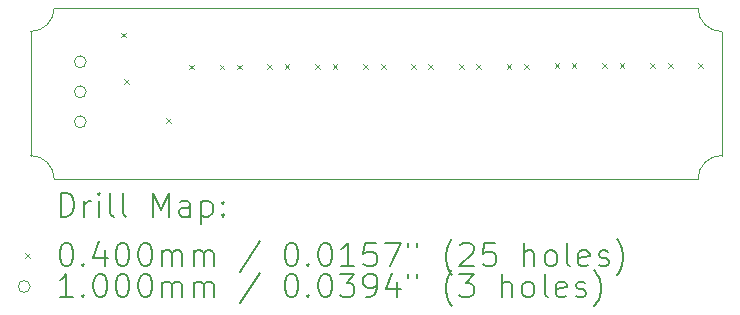
<source format=gbr>
%TF.GenerationSoftware,KiCad,Pcbnew,7.0.7*%
%TF.CreationDate,2023-09-25T07:31:49+02:00*%
%TF.ProjectId,beginner_led_pcb,62656769-6e6e-4657-925f-6c65645f7063,rev?*%
%TF.SameCoordinates,Original*%
%TF.FileFunction,Drillmap*%
%TF.FilePolarity,Positive*%
%FSLAX45Y45*%
G04 Gerber Fmt 4.5, Leading zero omitted, Abs format (unit mm)*
G04 Created by KiCad (PCBNEW 7.0.7) date 2023-09-25 07:31:49*
%MOMM*%
%LPD*%
G01*
G04 APERTURE LIST*
%ADD10C,0.100000*%
%ADD11C,0.200000*%
%ADD12C,0.040000*%
G04 APERTURE END LIST*
D10*
X25300000Y-11600000D02*
G75*
G03*
X25100000Y-11800000I0J-200000D01*
G01*
X25100000Y-11800000D02*
X19650000Y-11800000D01*
X19650000Y-11800000D02*
G75*
G03*
X19450000Y-11600000I-200000J0D01*
G01*
X19450000Y-10550000D02*
G75*
G03*
X19650000Y-10350000I0J200000D01*
G01*
X25100000Y-10350000D02*
G75*
G03*
X25300000Y-10550000I200000J0D01*
G01*
X19450000Y-11600000D02*
X19450000Y-10550000D01*
X25100000Y-10350000D02*
X19650000Y-10350000D01*
X25300000Y-11600000D02*
X25300000Y-10550000D01*
D11*
D12*
X20215000Y-10560000D02*
X20255000Y-10600000D01*
X20255000Y-10560000D02*
X20215000Y-10600000D01*
X20242500Y-10952500D02*
X20282500Y-10992500D01*
X20282500Y-10952500D02*
X20242500Y-10992500D01*
X20595000Y-11285000D02*
X20635000Y-11325000D01*
X20635000Y-11285000D02*
X20595000Y-11325000D01*
X20791250Y-10830000D02*
X20831250Y-10870000D01*
X20831250Y-10830000D02*
X20791250Y-10870000D01*
X21051250Y-10830000D02*
X21091250Y-10870000D01*
X21091250Y-10830000D02*
X21051250Y-10870000D01*
X21196250Y-10830000D02*
X21236250Y-10870000D01*
X21236250Y-10830000D02*
X21196250Y-10870000D01*
X21451250Y-10825000D02*
X21491250Y-10865000D01*
X21491250Y-10825000D02*
X21451250Y-10865000D01*
X21601250Y-10825000D02*
X21641250Y-10865000D01*
X21641250Y-10825000D02*
X21601250Y-10865000D01*
X21861250Y-10825000D02*
X21901250Y-10865000D01*
X21901250Y-10825000D02*
X21861250Y-10865000D01*
X22006250Y-10825000D02*
X22046250Y-10865000D01*
X22046250Y-10825000D02*
X22006250Y-10865000D01*
X22266250Y-10825000D02*
X22306250Y-10865000D01*
X22306250Y-10825000D02*
X22266250Y-10865000D01*
X22416250Y-10825000D02*
X22456250Y-10865000D01*
X22456250Y-10825000D02*
X22416250Y-10865000D01*
X22671250Y-10825000D02*
X22711250Y-10865000D01*
X22711250Y-10825000D02*
X22671250Y-10865000D01*
X22816250Y-10825000D02*
X22856250Y-10865000D01*
X22856250Y-10825000D02*
X22816250Y-10865000D01*
X23076250Y-10825000D02*
X23116250Y-10865000D01*
X23116250Y-10825000D02*
X23076250Y-10865000D01*
X23221250Y-10825000D02*
X23261250Y-10865000D01*
X23261250Y-10825000D02*
X23221250Y-10865000D01*
X23481250Y-10825000D02*
X23521250Y-10865000D01*
X23521250Y-10825000D02*
X23481250Y-10865000D01*
X23626250Y-10825000D02*
X23666250Y-10865000D01*
X23666250Y-10825000D02*
X23626250Y-10865000D01*
X23886250Y-10820000D02*
X23926250Y-10860000D01*
X23926250Y-10820000D02*
X23886250Y-10860000D01*
X24031250Y-10820000D02*
X24071250Y-10860000D01*
X24071250Y-10820000D02*
X24031250Y-10860000D01*
X24291250Y-10820000D02*
X24331250Y-10860000D01*
X24331250Y-10820000D02*
X24291250Y-10860000D01*
X24436250Y-10820000D02*
X24476250Y-10860000D01*
X24476250Y-10820000D02*
X24436250Y-10860000D01*
X24696250Y-10820000D02*
X24736250Y-10860000D01*
X24736250Y-10820000D02*
X24696250Y-10860000D01*
X24846250Y-10820000D02*
X24886250Y-10860000D01*
X24886250Y-10820000D02*
X24846250Y-10860000D01*
X25101250Y-10820000D02*
X25141250Y-10860000D01*
X25141250Y-10820000D02*
X25101250Y-10860000D01*
D10*
X19920000Y-10806000D02*
G75*
G03*
X19920000Y-10806000I-50000J0D01*
G01*
X19920000Y-11060000D02*
G75*
G03*
X19920000Y-11060000I-50000J0D01*
G01*
X19920000Y-11314000D02*
G75*
G03*
X19920000Y-11314000I-50000J0D01*
G01*
D11*
X19705777Y-12116484D02*
X19705777Y-11916484D01*
X19705777Y-11916484D02*
X19753396Y-11916484D01*
X19753396Y-11916484D02*
X19781967Y-11926008D01*
X19781967Y-11926008D02*
X19801015Y-11945055D01*
X19801015Y-11945055D02*
X19810539Y-11964103D01*
X19810539Y-11964103D02*
X19820063Y-12002198D01*
X19820063Y-12002198D02*
X19820063Y-12030769D01*
X19820063Y-12030769D02*
X19810539Y-12068865D01*
X19810539Y-12068865D02*
X19801015Y-12087912D01*
X19801015Y-12087912D02*
X19781967Y-12106960D01*
X19781967Y-12106960D02*
X19753396Y-12116484D01*
X19753396Y-12116484D02*
X19705777Y-12116484D01*
X19905777Y-12116484D02*
X19905777Y-11983150D01*
X19905777Y-12021246D02*
X19915301Y-12002198D01*
X19915301Y-12002198D02*
X19924824Y-11992674D01*
X19924824Y-11992674D02*
X19943872Y-11983150D01*
X19943872Y-11983150D02*
X19962920Y-11983150D01*
X20029586Y-12116484D02*
X20029586Y-11983150D01*
X20029586Y-11916484D02*
X20020063Y-11926008D01*
X20020063Y-11926008D02*
X20029586Y-11935531D01*
X20029586Y-11935531D02*
X20039110Y-11926008D01*
X20039110Y-11926008D02*
X20029586Y-11916484D01*
X20029586Y-11916484D02*
X20029586Y-11935531D01*
X20153396Y-12116484D02*
X20134348Y-12106960D01*
X20134348Y-12106960D02*
X20124824Y-12087912D01*
X20124824Y-12087912D02*
X20124824Y-11916484D01*
X20258158Y-12116484D02*
X20239110Y-12106960D01*
X20239110Y-12106960D02*
X20229586Y-12087912D01*
X20229586Y-12087912D02*
X20229586Y-11916484D01*
X20486729Y-12116484D02*
X20486729Y-11916484D01*
X20486729Y-11916484D02*
X20553396Y-12059341D01*
X20553396Y-12059341D02*
X20620063Y-11916484D01*
X20620063Y-11916484D02*
X20620063Y-12116484D01*
X20801015Y-12116484D02*
X20801015Y-12011722D01*
X20801015Y-12011722D02*
X20791491Y-11992674D01*
X20791491Y-11992674D02*
X20772444Y-11983150D01*
X20772444Y-11983150D02*
X20734348Y-11983150D01*
X20734348Y-11983150D02*
X20715301Y-11992674D01*
X20801015Y-12106960D02*
X20781967Y-12116484D01*
X20781967Y-12116484D02*
X20734348Y-12116484D01*
X20734348Y-12116484D02*
X20715301Y-12106960D01*
X20715301Y-12106960D02*
X20705777Y-12087912D01*
X20705777Y-12087912D02*
X20705777Y-12068865D01*
X20705777Y-12068865D02*
X20715301Y-12049817D01*
X20715301Y-12049817D02*
X20734348Y-12040293D01*
X20734348Y-12040293D02*
X20781967Y-12040293D01*
X20781967Y-12040293D02*
X20801015Y-12030769D01*
X20896253Y-11983150D02*
X20896253Y-12183150D01*
X20896253Y-11992674D02*
X20915301Y-11983150D01*
X20915301Y-11983150D02*
X20953396Y-11983150D01*
X20953396Y-11983150D02*
X20972444Y-11992674D01*
X20972444Y-11992674D02*
X20981967Y-12002198D01*
X20981967Y-12002198D02*
X20991491Y-12021246D01*
X20991491Y-12021246D02*
X20991491Y-12078388D01*
X20991491Y-12078388D02*
X20981967Y-12097436D01*
X20981967Y-12097436D02*
X20972444Y-12106960D01*
X20972444Y-12106960D02*
X20953396Y-12116484D01*
X20953396Y-12116484D02*
X20915301Y-12116484D01*
X20915301Y-12116484D02*
X20896253Y-12106960D01*
X21077205Y-12097436D02*
X21086729Y-12106960D01*
X21086729Y-12106960D02*
X21077205Y-12116484D01*
X21077205Y-12116484D02*
X21067682Y-12106960D01*
X21067682Y-12106960D02*
X21077205Y-12097436D01*
X21077205Y-12097436D02*
X21077205Y-12116484D01*
X21077205Y-11992674D02*
X21086729Y-12002198D01*
X21086729Y-12002198D02*
X21077205Y-12011722D01*
X21077205Y-12011722D02*
X21067682Y-12002198D01*
X21067682Y-12002198D02*
X21077205Y-11992674D01*
X21077205Y-11992674D02*
X21077205Y-12011722D01*
D12*
X19405000Y-12425000D02*
X19445000Y-12465000D01*
X19445000Y-12425000D02*
X19405000Y-12465000D01*
D11*
X19743872Y-12336484D02*
X19762920Y-12336484D01*
X19762920Y-12336484D02*
X19781967Y-12346008D01*
X19781967Y-12346008D02*
X19791491Y-12355531D01*
X19791491Y-12355531D02*
X19801015Y-12374579D01*
X19801015Y-12374579D02*
X19810539Y-12412674D01*
X19810539Y-12412674D02*
X19810539Y-12460293D01*
X19810539Y-12460293D02*
X19801015Y-12498388D01*
X19801015Y-12498388D02*
X19791491Y-12517436D01*
X19791491Y-12517436D02*
X19781967Y-12526960D01*
X19781967Y-12526960D02*
X19762920Y-12536484D01*
X19762920Y-12536484D02*
X19743872Y-12536484D01*
X19743872Y-12536484D02*
X19724824Y-12526960D01*
X19724824Y-12526960D02*
X19715301Y-12517436D01*
X19715301Y-12517436D02*
X19705777Y-12498388D01*
X19705777Y-12498388D02*
X19696253Y-12460293D01*
X19696253Y-12460293D02*
X19696253Y-12412674D01*
X19696253Y-12412674D02*
X19705777Y-12374579D01*
X19705777Y-12374579D02*
X19715301Y-12355531D01*
X19715301Y-12355531D02*
X19724824Y-12346008D01*
X19724824Y-12346008D02*
X19743872Y-12336484D01*
X19896253Y-12517436D02*
X19905777Y-12526960D01*
X19905777Y-12526960D02*
X19896253Y-12536484D01*
X19896253Y-12536484D02*
X19886729Y-12526960D01*
X19886729Y-12526960D02*
X19896253Y-12517436D01*
X19896253Y-12517436D02*
X19896253Y-12536484D01*
X20077205Y-12403150D02*
X20077205Y-12536484D01*
X20029586Y-12326960D02*
X19981967Y-12469817D01*
X19981967Y-12469817D02*
X20105777Y-12469817D01*
X20220063Y-12336484D02*
X20239110Y-12336484D01*
X20239110Y-12336484D02*
X20258158Y-12346008D01*
X20258158Y-12346008D02*
X20267682Y-12355531D01*
X20267682Y-12355531D02*
X20277205Y-12374579D01*
X20277205Y-12374579D02*
X20286729Y-12412674D01*
X20286729Y-12412674D02*
X20286729Y-12460293D01*
X20286729Y-12460293D02*
X20277205Y-12498388D01*
X20277205Y-12498388D02*
X20267682Y-12517436D01*
X20267682Y-12517436D02*
X20258158Y-12526960D01*
X20258158Y-12526960D02*
X20239110Y-12536484D01*
X20239110Y-12536484D02*
X20220063Y-12536484D01*
X20220063Y-12536484D02*
X20201015Y-12526960D01*
X20201015Y-12526960D02*
X20191491Y-12517436D01*
X20191491Y-12517436D02*
X20181967Y-12498388D01*
X20181967Y-12498388D02*
X20172444Y-12460293D01*
X20172444Y-12460293D02*
X20172444Y-12412674D01*
X20172444Y-12412674D02*
X20181967Y-12374579D01*
X20181967Y-12374579D02*
X20191491Y-12355531D01*
X20191491Y-12355531D02*
X20201015Y-12346008D01*
X20201015Y-12346008D02*
X20220063Y-12336484D01*
X20410539Y-12336484D02*
X20429586Y-12336484D01*
X20429586Y-12336484D02*
X20448634Y-12346008D01*
X20448634Y-12346008D02*
X20458158Y-12355531D01*
X20458158Y-12355531D02*
X20467682Y-12374579D01*
X20467682Y-12374579D02*
X20477205Y-12412674D01*
X20477205Y-12412674D02*
X20477205Y-12460293D01*
X20477205Y-12460293D02*
X20467682Y-12498388D01*
X20467682Y-12498388D02*
X20458158Y-12517436D01*
X20458158Y-12517436D02*
X20448634Y-12526960D01*
X20448634Y-12526960D02*
X20429586Y-12536484D01*
X20429586Y-12536484D02*
X20410539Y-12536484D01*
X20410539Y-12536484D02*
X20391491Y-12526960D01*
X20391491Y-12526960D02*
X20381967Y-12517436D01*
X20381967Y-12517436D02*
X20372444Y-12498388D01*
X20372444Y-12498388D02*
X20362920Y-12460293D01*
X20362920Y-12460293D02*
X20362920Y-12412674D01*
X20362920Y-12412674D02*
X20372444Y-12374579D01*
X20372444Y-12374579D02*
X20381967Y-12355531D01*
X20381967Y-12355531D02*
X20391491Y-12346008D01*
X20391491Y-12346008D02*
X20410539Y-12336484D01*
X20562920Y-12536484D02*
X20562920Y-12403150D01*
X20562920Y-12422198D02*
X20572444Y-12412674D01*
X20572444Y-12412674D02*
X20591491Y-12403150D01*
X20591491Y-12403150D02*
X20620063Y-12403150D01*
X20620063Y-12403150D02*
X20639110Y-12412674D01*
X20639110Y-12412674D02*
X20648634Y-12431722D01*
X20648634Y-12431722D02*
X20648634Y-12536484D01*
X20648634Y-12431722D02*
X20658158Y-12412674D01*
X20658158Y-12412674D02*
X20677205Y-12403150D01*
X20677205Y-12403150D02*
X20705777Y-12403150D01*
X20705777Y-12403150D02*
X20724825Y-12412674D01*
X20724825Y-12412674D02*
X20734348Y-12431722D01*
X20734348Y-12431722D02*
X20734348Y-12536484D01*
X20829586Y-12536484D02*
X20829586Y-12403150D01*
X20829586Y-12422198D02*
X20839110Y-12412674D01*
X20839110Y-12412674D02*
X20858158Y-12403150D01*
X20858158Y-12403150D02*
X20886729Y-12403150D01*
X20886729Y-12403150D02*
X20905777Y-12412674D01*
X20905777Y-12412674D02*
X20915301Y-12431722D01*
X20915301Y-12431722D02*
X20915301Y-12536484D01*
X20915301Y-12431722D02*
X20924825Y-12412674D01*
X20924825Y-12412674D02*
X20943872Y-12403150D01*
X20943872Y-12403150D02*
X20972444Y-12403150D01*
X20972444Y-12403150D02*
X20991491Y-12412674D01*
X20991491Y-12412674D02*
X21001015Y-12431722D01*
X21001015Y-12431722D02*
X21001015Y-12536484D01*
X21391491Y-12326960D02*
X21220063Y-12584103D01*
X21648634Y-12336484D02*
X21667682Y-12336484D01*
X21667682Y-12336484D02*
X21686729Y-12346008D01*
X21686729Y-12346008D02*
X21696253Y-12355531D01*
X21696253Y-12355531D02*
X21705777Y-12374579D01*
X21705777Y-12374579D02*
X21715301Y-12412674D01*
X21715301Y-12412674D02*
X21715301Y-12460293D01*
X21715301Y-12460293D02*
X21705777Y-12498388D01*
X21705777Y-12498388D02*
X21696253Y-12517436D01*
X21696253Y-12517436D02*
X21686729Y-12526960D01*
X21686729Y-12526960D02*
X21667682Y-12536484D01*
X21667682Y-12536484D02*
X21648634Y-12536484D01*
X21648634Y-12536484D02*
X21629587Y-12526960D01*
X21629587Y-12526960D02*
X21620063Y-12517436D01*
X21620063Y-12517436D02*
X21610539Y-12498388D01*
X21610539Y-12498388D02*
X21601015Y-12460293D01*
X21601015Y-12460293D02*
X21601015Y-12412674D01*
X21601015Y-12412674D02*
X21610539Y-12374579D01*
X21610539Y-12374579D02*
X21620063Y-12355531D01*
X21620063Y-12355531D02*
X21629587Y-12346008D01*
X21629587Y-12346008D02*
X21648634Y-12336484D01*
X21801015Y-12517436D02*
X21810539Y-12526960D01*
X21810539Y-12526960D02*
X21801015Y-12536484D01*
X21801015Y-12536484D02*
X21791491Y-12526960D01*
X21791491Y-12526960D02*
X21801015Y-12517436D01*
X21801015Y-12517436D02*
X21801015Y-12536484D01*
X21934348Y-12336484D02*
X21953396Y-12336484D01*
X21953396Y-12336484D02*
X21972444Y-12346008D01*
X21972444Y-12346008D02*
X21981968Y-12355531D01*
X21981968Y-12355531D02*
X21991491Y-12374579D01*
X21991491Y-12374579D02*
X22001015Y-12412674D01*
X22001015Y-12412674D02*
X22001015Y-12460293D01*
X22001015Y-12460293D02*
X21991491Y-12498388D01*
X21991491Y-12498388D02*
X21981968Y-12517436D01*
X21981968Y-12517436D02*
X21972444Y-12526960D01*
X21972444Y-12526960D02*
X21953396Y-12536484D01*
X21953396Y-12536484D02*
X21934348Y-12536484D01*
X21934348Y-12536484D02*
X21915301Y-12526960D01*
X21915301Y-12526960D02*
X21905777Y-12517436D01*
X21905777Y-12517436D02*
X21896253Y-12498388D01*
X21896253Y-12498388D02*
X21886729Y-12460293D01*
X21886729Y-12460293D02*
X21886729Y-12412674D01*
X21886729Y-12412674D02*
X21896253Y-12374579D01*
X21896253Y-12374579D02*
X21905777Y-12355531D01*
X21905777Y-12355531D02*
X21915301Y-12346008D01*
X21915301Y-12346008D02*
X21934348Y-12336484D01*
X22191491Y-12536484D02*
X22077206Y-12536484D01*
X22134348Y-12536484D02*
X22134348Y-12336484D01*
X22134348Y-12336484D02*
X22115301Y-12365055D01*
X22115301Y-12365055D02*
X22096253Y-12384103D01*
X22096253Y-12384103D02*
X22077206Y-12393627D01*
X22372444Y-12336484D02*
X22277206Y-12336484D01*
X22277206Y-12336484D02*
X22267682Y-12431722D01*
X22267682Y-12431722D02*
X22277206Y-12422198D01*
X22277206Y-12422198D02*
X22296253Y-12412674D01*
X22296253Y-12412674D02*
X22343872Y-12412674D01*
X22343872Y-12412674D02*
X22362920Y-12422198D01*
X22362920Y-12422198D02*
X22372444Y-12431722D01*
X22372444Y-12431722D02*
X22381967Y-12450769D01*
X22381967Y-12450769D02*
X22381967Y-12498388D01*
X22381967Y-12498388D02*
X22372444Y-12517436D01*
X22372444Y-12517436D02*
X22362920Y-12526960D01*
X22362920Y-12526960D02*
X22343872Y-12536484D01*
X22343872Y-12536484D02*
X22296253Y-12536484D01*
X22296253Y-12536484D02*
X22277206Y-12526960D01*
X22277206Y-12526960D02*
X22267682Y-12517436D01*
X22448634Y-12336484D02*
X22581967Y-12336484D01*
X22581967Y-12336484D02*
X22496253Y-12536484D01*
X22648634Y-12336484D02*
X22648634Y-12374579D01*
X22724825Y-12336484D02*
X22724825Y-12374579D01*
X23020063Y-12612674D02*
X23010539Y-12603150D01*
X23010539Y-12603150D02*
X22991491Y-12574579D01*
X22991491Y-12574579D02*
X22981968Y-12555531D01*
X22981968Y-12555531D02*
X22972444Y-12526960D01*
X22972444Y-12526960D02*
X22962920Y-12479341D01*
X22962920Y-12479341D02*
X22962920Y-12441246D01*
X22962920Y-12441246D02*
X22972444Y-12393627D01*
X22972444Y-12393627D02*
X22981968Y-12365055D01*
X22981968Y-12365055D02*
X22991491Y-12346008D01*
X22991491Y-12346008D02*
X23010539Y-12317436D01*
X23010539Y-12317436D02*
X23020063Y-12307912D01*
X23086729Y-12355531D02*
X23096253Y-12346008D01*
X23096253Y-12346008D02*
X23115301Y-12336484D01*
X23115301Y-12336484D02*
X23162920Y-12336484D01*
X23162920Y-12336484D02*
X23181968Y-12346008D01*
X23181968Y-12346008D02*
X23191491Y-12355531D01*
X23191491Y-12355531D02*
X23201015Y-12374579D01*
X23201015Y-12374579D02*
X23201015Y-12393627D01*
X23201015Y-12393627D02*
X23191491Y-12422198D01*
X23191491Y-12422198D02*
X23077206Y-12536484D01*
X23077206Y-12536484D02*
X23201015Y-12536484D01*
X23381968Y-12336484D02*
X23286729Y-12336484D01*
X23286729Y-12336484D02*
X23277206Y-12431722D01*
X23277206Y-12431722D02*
X23286729Y-12422198D01*
X23286729Y-12422198D02*
X23305777Y-12412674D01*
X23305777Y-12412674D02*
X23353396Y-12412674D01*
X23353396Y-12412674D02*
X23372444Y-12422198D01*
X23372444Y-12422198D02*
X23381968Y-12431722D01*
X23381968Y-12431722D02*
X23391491Y-12450769D01*
X23391491Y-12450769D02*
X23391491Y-12498388D01*
X23391491Y-12498388D02*
X23381968Y-12517436D01*
X23381968Y-12517436D02*
X23372444Y-12526960D01*
X23372444Y-12526960D02*
X23353396Y-12536484D01*
X23353396Y-12536484D02*
X23305777Y-12536484D01*
X23305777Y-12536484D02*
X23286729Y-12526960D01*
X23286729Y-12526960D02*
X23277206Y-12517436D01*
X23629587Y-12536484D02*
X23629587Y-12336484D01*
X23715301Y-12536484D02*
X23715301Y-12431722D01*
X23715301Y-12431722D02*
X23705777Y-12412674D01*
X23705777Y-12412674D02*
X23686730Y-12403150D01*
X23686730Y-12403150D02*
X23658158Y-12403150D01*
X23658158Y-12403150D02*
X23639110Y-12412674D01*
X23639110Y-12412674D02*
X23629587Y-12422198D01*
X23839110Y-12536484D02*
X23820063Y-12526960D01*
X23820063Y-12526960D02*
X23810539Y-12517436D01*
X23810539Y-12517436D02*
X23801015Y-12498388D01*
X23801015Y-12498388D02*
X23801015Y-12441246D01*
X23801015Y-12441246D02*
X23810539Y-12422198D01*
X23810539Y-12422198D02*
X23820063Y-12412674D01*
X23820063Y-12412674D02*
X23839110Y-12403150D01*
X23839110Y-12403150D02*
X23867682Y-12403150D01*
X23867682Y-12403150D02*
X23886730Y-12412674D01*
X23886730Y-12412674D02*
X23896253Y-12422198D01*
X23896253Y-12422198D02*
X23905777Y-12441246D01*
X23905777Y-12441246D02*
X23905777Y-12498388D01*
X23905777Y-12498388D02*
X23896253Y-12517436D01*
X23896253Y-12517436D02*
X23886730Y-12526960D01*
X23886730Y-12526960D02*
X23867682Y-12536484D01*
X23867682Y-12536484D02*
X23839110Y-12536484D01*
X24020063Y-12536484D02*
X24001015Y-12526960D01*
X24001015Y-12526960D02*
X23991491Y-12507912D01*
X23991491Y-12507912D02*
X23991491Y-12336484D01*
X24172444Y-12526960D02*
X24153396Y-12536484D01*
X24153396Y-12536484D02*
X24115301Y-12536484D01*
X24115301Y-12536484D02*
X24096253Y-12526960D01*
X24096253Y-12526960D02*
X24086730Y-12507912D01*
X24086730Y-12507912D02*
X24086730Y-12431722D01*
X24086730Y-12431722D02*
X24096253Y-12412674D01*
X24096253Y-12412674D02*
X24115301Y-12403150D01*
X24115301Y-12403150D02*
X24153396Y-12403150D01*
X24153396Y-12403150D02*
X24172444Y-12412674D01*
X24172444Y-12412674D02*
X24181968Y-12431722D01*
X24181968Y-12431722D02*
X24181968Y-12450769D01*
X24181968Y-12450769D02*
X24086730Y-12469817D01*
X24258158Y-12526960D02*
X24277206Y-12536484D01*
X24277206Y-12536484D02*
X24315301Y-12536484D01*
X24315301Y-12536484D02*
X24334349Y-12526960D01*
X24334349Y-12526960D02*
X24343872Y-12507912D01*
X24343872Y-12507912D02*
X24343872Y-12498388D01*
X24343872Y-12498388D02*
X24334349Y-12479341D01*
X24334349Y-12479341D02*
X24315301Y-12469817D01*
X24315301Y-12469817D02*
X24286730Y-12469817D01*
X24286730Y-12469817D02*
X24267682Y-12460293D01*
X24267682Y-12460293D02*
X24258158Y-12441246D01*
X24258158Y-12441246D02*
X24258158Y-12431722D01*
X24258158Y-12431722D02*
X24267682Y-12412674D01*
X24267682Y-12412674D02*
X24286730Y-12403150D01*
X24286730Y-12403150D02*
X24315301Y-12403150D01*
X24315301Y-12403150D02*
X24334349Y-12412674D01*
X24410539Y-12612674D02*
X24420063Y-12603150D01*
X24420063Y-12603150D02*
X24439111Y-12574579D01*
X24439111Y-12574579D02*
X24448634Y-12555531D01*
X24448634Y-12555531D02*
X24458158Y-12526960D01*
X24458158Y-12526960D02*
X24467682Y-12479341D01*
X24467682Y-12479341D02*
X24467682Y-12441246D01*
X24467682Y-12441246D02*
X24458158Y-12393627D01*
X24458158Y-12393627D02*
X24448634Y-12365055D01*
X24448634Y-12365055D02*
X24439111Y-12346008D01*
X24439111Y-12346008D02*
X24420063Y-12317436D01*
X24420063Y-12317436D02*
X24410539Y-12307912D01*
D10*
X19445000Y-12709000D02*
G75*
G03*
X19445000Y-12709000I-50000J0D01*
G01*
D11*
X19810539Y-12800484D02*
X19696253Y-12800484D01*
X19753396Y-12800484D02*
X19753396Y-12600484D01*
X19753396Y-12600484D02*
X19734348Y-12629055D01*
X19734348Y-12629055D02*
X19715301Y-12648103D01*
X19715301Y-12648103D02*
X19696253Y-12657627D01*
X19896253Y-12781436D02*
X19905777Y-12790960D01*
X19905777Y-12790960D02*
X19896253Y-12800484D01*
X19896253Y-12800484D02*
X19886729Y-12790960D01*
X19886729Y-12790960D02*
X19896253Y-12781436D01*
X19896253Y-12781436D02*
X19896253Y-12800484D01*
X20029586Y-12600484D02*
X20048634Y-12600484D01*
X20048634Y-12600484D02*
X20067682Y-12610008D01*
X20067682Y-12610008D02*
X20077205Y-12619531D01*
X20077205Y-12619531D02*
X20086729Y-12638579D01*
X20086729Y-12638579D02*
X20096253Y-12676674D01*
X20096253Y-12676674D02*
X20096253Y-12724293D01*
X20096253Y-12724293D02*
X20086729Y-12762388D01*
X20086729Y-12762388D02*
X20077205Y-12781436D01*
X20077205Y-12781436D02*
X20067682Y-12790960D01*
X20067682Y-12790960D02*
X20048634Y-12800484D01*
X20048634Y-12800484D02*
X20029586Y-12800484D01*
X20029586Y-12800484D02*
X20010539Y-12790960D01*
X20010539Y-12790960D02*
X20001015Y-12781436D01*
X20001015Y-12781436D02*
X19991491Y-12762388D01*
X19991491Y-12762388D02*
X19981967Y-12724293D01*
X19981967Y-12724293D02*
X19981967Y-12676674D01*
X19981967Y-12676674D02*
X19991491Y-12638579D01*
X19991491Y-12638579D02*
X20001015Y-12619531D01*
X20001015Y-12619531D02*
X20010539Y-12610008D01*
X20010539Y-12610008D02*
X20029586Y-12600484D01*
X20220063Y-12600484D02*
X20239110Y-12600484D01*
X20239110Y-12600484D02*
X20258158Y-12610008D01*
X20258158Y-12610008D02*
X20267682Y-12619531D01*
X20267682Y-12619531D02*
X20277205Y-12638579D01*
X20277205Y-12638579D02*
X20286729Y-12676674D01*
X20286729Y-12676674D02*
X20286729Y-12724293D01*
X20286729Y-12724293D02*
X20277205Y-12762388D01*
X20277205Y-12762388D02*
X20267682Y-12781436D01*
X20267682Y-12781436D02*
X20258158Y-12790960D01*
X20258158Y-12790960D02*
X20239110Y-12800484D01*
X20239110Y-12800484D02*
X20220063Y-12800484D01*
X20220063Y-12800484D02*
X20201015Y-12790960D01*
X20201015Y-12790960D02*
X20191491Y-12781436D01*
X20191491Y-12781436D02*
X20181967Y-12762388D01*
X20181967Y-12762388D02*
X20172444Y-12724293D01*
X20172444Y-12724293D02*
X20172444Y-12676674D01*
X20172444Y-12676674D02*
X20181967Y-12638579D01*
X20181967Y-12638579D02*
X20191491Y-12619531D01*
X20191491Y-12619531D02*
X20201015Y-12610008D01*
X20201015Y-12610008D02*
X20220063Y-12600484D01*
X20410539Y-12600484D02*
X20429586Y-12600484D01*
X20429586Y-12600484D02*
X20448634Y-12610008D01*
X20448634Y-12610008D02*
X20458158Y-12619531D01*
X20458158Y-12619531D02*
X20467682Y-12638579D01*
X20467682Y-12638579D02*
X20477205Y-12676674D01*
X20477205Y-12676674D02*
X20477205Y-12724293D01*
X20477205Y-12724293D02*
X20467682Y-12762388D01*
X20467682Y-12762388D02*
X20458158Y-12781436D01*
X20458158Y-12781436D02*
X20448634Y-12790960D01*
X20448634Y-12790960D02*
X20429586Y-12800484D01*
X20429586Y-12800484D02*
X20410539Y-12800484D01*
X20410539Y-12800484D02*
X20391491Y-12790960D01*
X20391491Y-12790960D02*
X20381967Y-12781436D01*
X20381967Y-12781436D02*
X20372444Y-12762388D01*
X20372444Y-12762388D02*
X20362920Y-12724293D01*
X20362920Y-12724293D02*
X20362920Y-12676674D01*
X20362920Y-12676674D02*
X20372444Y-12638579D01*
X20372444Y-12638579D02*
X20381967Y-12619531D01*
X20381967Y-12619531D02*
X20391491Y-12610008D01*
X20391491Y-12610008D02*
X20410539Y-12600484D01*
X20562920Y-12800484D02*
X20562920Y-12667150D01*
X20562920Y-12686198D02*
X20572444Y-12676674D01*
X20572444Y-12676674D02*
X20591491Y-12667150D01*
X20591491Y-12667150D02*
X20620063Y-12667150D01*
X20620063Y-12667150D02*
X20639110Y-12676674D01*
X20639110Y-12676674D02*
X20648634Y-12695722D01*
X20648634Y-12695722D02*
X20648634Y-12800484D01*
X20648634Y-12695722D02*
X20658158Y-12676674D01*
X20658158Y-12676674D02*
X20677205Y-12667150D01*
X20677205Y-12667150D02*
X20705777Y-12667150D01*
X20705777Y-12667150D02*
X20724825Y-12676674D01*
X20724825Y-12676674D02*
X20734348Y-12695722D01*
X20734348Y-12695722D02*
X20734348Y-12800484D01*
X20829586Y-12800484D02*
X20829586Y-12667150D01*
X20829586Y-12686198D02*
X20839110Y-12676674D01*
X20839110Y-12676674D02*
X20858158Y-12667150D01*
X20858158Y-12667150D02*
X20886729Y-12667150D01*
X20886729Y-12667150D02*
X20905777Y-12676674D01*
X20905777Y-12676674D02*
X20915301Y-12695722D01*
X20915301Y-12695722D02*
X20915301Y-12800484D01*
X20915301Y-12695722D02*
X20924825Y-12676674D01*
X20924825Y-12676674D02*
X20943872Y-12667150D01*
X20943872Y-12667150D02*
X20972444Y-12667150D01*
X20972444Y-12667150D02*
X20991491Y-12676674D01*
X20991491Y-12676674D02*
X21001015Y-12695722D01*
X21001015Y-12695722D02*
X21001015Y-12800484D01*
X21391491Y-12590960D02*
X21220063Y-12848103D01*
X21648634Y-12600484D02*
X21667682Y-12600484D01*
X21667682Y-12600484D02*
X21686729Y-12610008D01*
X21686729Y-12610008D02*
X21696253Y-12619531D01*
X21696253Y-12619531D02*
X21705777Y-12638579D01*
X21705777Y-12638579D02*
X21715301Y-12676674D01*
X21715301Y-12676674D02*
X21715301Y-12724293D01*
X21715301Y-12724293D02*
X21705777Y-12762388D01*
X21705777Y-12762388D02*
X21696253Y-12781436D01*
X21696253Y-12781436D02*
X21686729Y-12790960D01*
X21686729Y-12790960D02*
X21667682Y-12800484D01*
X21667682Y-12800484D02*
X21648634Y-12800484D01*
X21648634Y-12800484D02*
X21629587Y-12790960D01*
X21629587Y-12790960D02*
X21620063Y-12781436D01*
X21620063Y-12781436D02*
X21610539Y-12762388D01*
X21610539Y-12762388D02*
X21601015Y-12724293D01*
X21601015Y-12724293D02*
X21601015Y-12676674D01*
X21601015Y-12676674D02*
X21610539Y-12638579D01*
X21610539Y-12638579D02*
X21620063Y-12619531D01*
X21620063Y-12619531D02*
X21629587Y-12610008D01*
X21629587Y-12610008D02*
X21648634Y-12600484D01*
X21801015Y-12781436D02*
X21810539Y-12790960D01*
X21810539Y-12790960D02*
X21801015Y-12800484D01*
X21801015Y-12800484D02*
X21791491Y-12790960D01*
X21791491Y-12790960D02*
X21801015Y-12781436D01*
X21801015Y-12781436D02*
X21801015Y-12800484D01*
X21934348Y-12600484D02*
X21953396Y-12600484D01*
X21953396Y-12600484D02*
X21972444Y-12610008D01*
X21972444Y-12610008D02*
X21981968Y-12619531D01*
X21981968Y-12619531D02*
X21991491Y-12638579D01*
X21991491Y-12638579D02*
X22001015Y-12676674D01*
X22001015Y-12676674D02*
X22001015Y-12724293D01*
X22001015Y-12724293D02*
X21991491Y-12762388D01*
X21991491Y-12762388D02*
X21981968Y-12781436D01*
X21981968Y-12781436D02*
X21972444Y-12790960D01*
X21972444Y-12790960D02*
X21953396Y-12800484D01*
X21953396Y-12800484D02*
X21934348Y-12800484D01*
X21934348Y-12800484D02*
X21915301Y-12790960D01*
X21915301Y-12790960D02*
X21905777Y-12781436D01*
X21905777Y-12781436D02*
X21896253Y-12762388D01*
X21896253Y-12762388D02*
X21886729Y-12724293D01*
X21886729Y-12724293D02*
X21886729Y-12676674D01*
X21886729Y-12676674D02*
X21896253Y-12638579D01*
X21896253Y-12638579D02*
X21905777Y-12619531D01*
X21905777Y-12619531D02*
X21915301Y-12610008D01*
X21915301Y-12610008D02*
X21934348Y-12600484D01*
X22067682Y-12600484D02*
X22191491Y-12600484D01*
X22191491Y-12600484D02*
X22124825Y-12676674D01*
X22124825Y-12676674D02*
X22153396Y-12676674D01*
X22153396Y-12676674D02*
X22172444Y-12686198D01*
X22172444Y-12686198D02*
X22181968Y-12695722D01*
X22181968Y-12695722D02*
X22191491Y-12714769D01*
X22191491Y-12714769D02*
X22191491Y-12762388D01*
X22191491Y-12762388D02*
X22181968Y-12781436D01*
X22181968Y-12781436D02*
X22172444Y-12790960D01*
X22172444Y-12790960D02*
X22153396Y-12800484D01*
X22153396Y-12800484D02*
X22096253Y-12800484D01*
X22096253Y-12800484D02*
X22077206Y-12790960D01*
X22077206Y-12790960D02*
X22067682Y-12781436D01*
X22286729Y-12800484D02*
X22324825Y-12800484D01*
X22324825Y-12800484D02*
X22343872Y-12790960D01*
X22343872Y-12790960D02*
X22353396Y-12781436D01*
X22353396Y-12781436D02*
X22372444Y-12752865D01*
X22372444Y-12752865D02*
X22381967Y-12714769D01*
X22381967Y-12714769D02*
X22381967Y-12638579D01*
X22381967Y-12638579D02*
X22372444Y-12619531D01*
X22372444Y-12619531D02*
X22362920Y-12610008D01*
X22362920Y-12610008D02*
X22343872Y-12600484D01*
X22343872Y-12600484D02*
X22305777Y-12600484D01*
X22305777Y-12600484D02*
X22286729Y-12610008D01*
X22286729Y-12610008D02*
X22277206Y-12619531D01*
X22277206Y-12619531D02*
X22267682Y-12638579D01*
X22267682Y-12638579D02*
X22267682Y-12686198D01*
X22267682Y-12686198D02*
X22277206Y-12705246D01*
X22277206Y-12705246D02*
X22286729Y-12714769D01*
X22286729Y-12714769D02*
X22305777Y-12724293D01*
X22305777Y-12724293D02*
X22343872Y-12724293D01*
X22343872Y-12724293D02*
X22362920Y-12714769D01*
X22362920Y-12714769D02*
X22372444Y-12705246D01*
X22372444Y-12705246D02*
X22381967Y-12686198D01*
X22553396Y-12667150D02*
X22553396Y-12800484D01*
X22505777Y-12590960D02*
X22458158Y-12733817D01*
X22458158Y-12733817D02*
X22581967Y-12733817D01*
X22648634Y-12600484D02*
X22648634Y-12638579D01*
X22724825Y-12600484D02*
X22724825Y-12638579D01*
X23020063Y-12876674D02*
X23010539Y-12867150D01*
X23010539Y-12867150D02*
X22991491Y-12838579D01*
X22991491Y-12838579D02*
X22981968Y-12819531D01*
X22981968Y-12819531D02*
X22972444Y-12790960D01*
X22972444Y-12790960D02*
X22962920Y-12743341D01*
X22962920Y-12743341D02*
X22962920Y-12705246D01*
X22962920Y-12705246D02*
X22972444Y-12657627D01*
X22972444Y-12657627D02*
X22981968Y-12629055D01*
X22981968Y-12629055D02*
X22991491Y-12610008D01*
X22991491Y-12610008D02*
X23010539Y-12581436D01*
X23010539Y-12581436D02*
X23020063Y-12571912D01*
X23077206Y-12600484D02*
X23201015Y-12600484D01*
X23201015Y-12600484D02*
X23134348Y-12676674D01*
X23134348Y-12676674D02*
X23162920Y-12676674D01*
X23162920Y-12676674D02*
X23181968Y-12686198D01*
X23181968Y-12686198D02*
X23191491Y-12695722D01*
X23191491Y-12695722D02*
X23201015Y-12714769D01*
X23201015Y-12714769D02*
X23201015Y-12762388D01*
X23201015Y-12762388D02*
X23191491Y-12781436D01*
X23191491Y-12781436D02*
X23181968Y-12790960D01*
X23181968Y-12790960D02*
X23162920Y-12800484D01*
X23162920Y-12800484D02*
X23105777Y-12800484D01*
X23105777Y-12800484D02*
X23086729Y-12790960D01*
X23086729Y-12790960D02*
X23077206Y-12781436D01*
X23439110Y-12800484D02*
X23439110Y-12600484D01*
X23524825Y-12800484D02*
X23524825Y-12695722D01*
X23524825Y-12695722D02*
X23515301Y-12676674D01*
X23515301Y-12676674D02*
X23496253Y-12667150D01*
X23496253Y-12667150D02*
X23467682Y-12667150D01*
X23467682Y-12667150D02*
X23448634Y-12676674D01*
X23448634Y-12676674D02*
X23439110Y-12686198D01*
X23648634Y-12800484D02*
X23629587Y-12790960D01*
X23629587Y-12790960D02*
X23620063Y-12781436D01*
X23620063Y-12781436D02*
X23610539Y-12762388D01*
X23610539Y-12762388D02*
X23610539Y-12705246D01*
X23610539Y-12705246D02*
X23620063Y-12686198D01*
X23620063Y-12686198D02*
X23629587Y-12676674D01*
X23629587Y-12676674D02*
X23648634Y-12667150D01*
X23648634Y-12667150D02*
X23677206Y-12667150D01*
X23677206Y-12667150D02*
X23696253Y-12676674D01*
X23696253Y-12676674D02*
X23705777Y-12686198D01*
X23705777Y-12686198D02*
X23715301Y-12705246D01*
X23715301Y-12705246D02*
X23715301Y-12762388D01*
X23715301Y-12762388D02*
X23705777Y-12781436D01*
X23705777Y-12781436D02*
X23696253Y-12790960D01*
X23696253Y-12790960D02*
X23677206Y-12800484D01*
X23677206Y-12800484D02*
X23648634Y-12800484D01*
X23829587Y-12800484D02*
X23810539Y-12790960D01*
X23810539Y-12790960D02*
X23801015Y-12771912D01*
X23801015Y-12771912D02*
X23801015Y-12600484D01*
X23981968Y-12790960D02*
X23962920Y-12800484D01*
X23962920Y-12800484D02*
X23924825Y-12800484D01*
X23924825Y-12800484D02*
X23905777Y-12790960D01*
X23905777Y-12790960D02*
X23896253Y-12771912D01*
X23896253Y-12771912D02*
X23896253Y-12695722D01*
X23896253Y-12695722D02*
X23905777Y-12676674D01*
X23905777Y-12676674D02*
X23924825Y-12667150D01*
X23924825Y-12667150D02*
X23962920Y-12667150D01*
X23962920Y-12667150D02*
X23981968Y-12676674D01*
X23981968Y-12676674D02*
X23991491Y-12695722D01*
X23991491Y-12695722D02*
X23991491Y-12714769D01*
X23991491Y-12714769D02*
X23896253Y-12733817D01*
X24067682Y-12790960D02*
X24086730Y-12800484D01*
X24086730Y-12800484D02*
X24124825Y-12800484D01*
X24124825Y-12800484D02*
X24143872Y-12790960D01*
X24143872Y-12790960D02*
X24153396Y-12771912D01*
X24153396Y-12771912D02*
X24153396Y-12762388D01*
X24153396Y-12762388D02*
X24143872Y-12743341D01*
X24143872Y-12743341D02*
X24124825Y-12733817D01*
X24124825Y-12733817D02*
X24096253Y-12733817D01*
X24096253Y-12733817D02*
X24077206Y-12724293D01*
X24077206Y-12724293D02*
X24067682Y-12705246D01*
X24067682Y-12705246D02*
X24067682Y-12695722D01*
X24067682Y-12695722D02*
X24077206Y-12676674D01*
X24077206Y-12676674D02*
X24096253Y-12667150D01*
X24096253Y-12667150D02*
X24124825Y-12667150D01*
X24124825Y-12667150D02*
X24143872Y-12676674D01*
X24220063Y-12876674D02*
X24229587Y-12867150D01*
X24229587Y-12867150D02*
X24248634Y-12838579D01*
X24248634Y-12838579D02*
X24258158Y-12819531D01*
X24258158Y-12819531D02*
X24267682Y-12790960D01*
X24267682Y-12790960D02*
X24277206Y-12743341D01*
X24277206Y-12743341D02*
X24277206Y-12705246D01*
X24277206Y-12705246D02*
X24267682Y-12657627D01*
X24267682Y-12657627D02*
X24258158Y-12629055D01*
X24258158Y-12629055D02*
X24248634Y-12610008D01*
X24248634Y-12610008D02*
X24229587Y-12581436D01*
X24229587Y-12581436D02*
X24220063Y-12571912D01*
M02*

</source>
